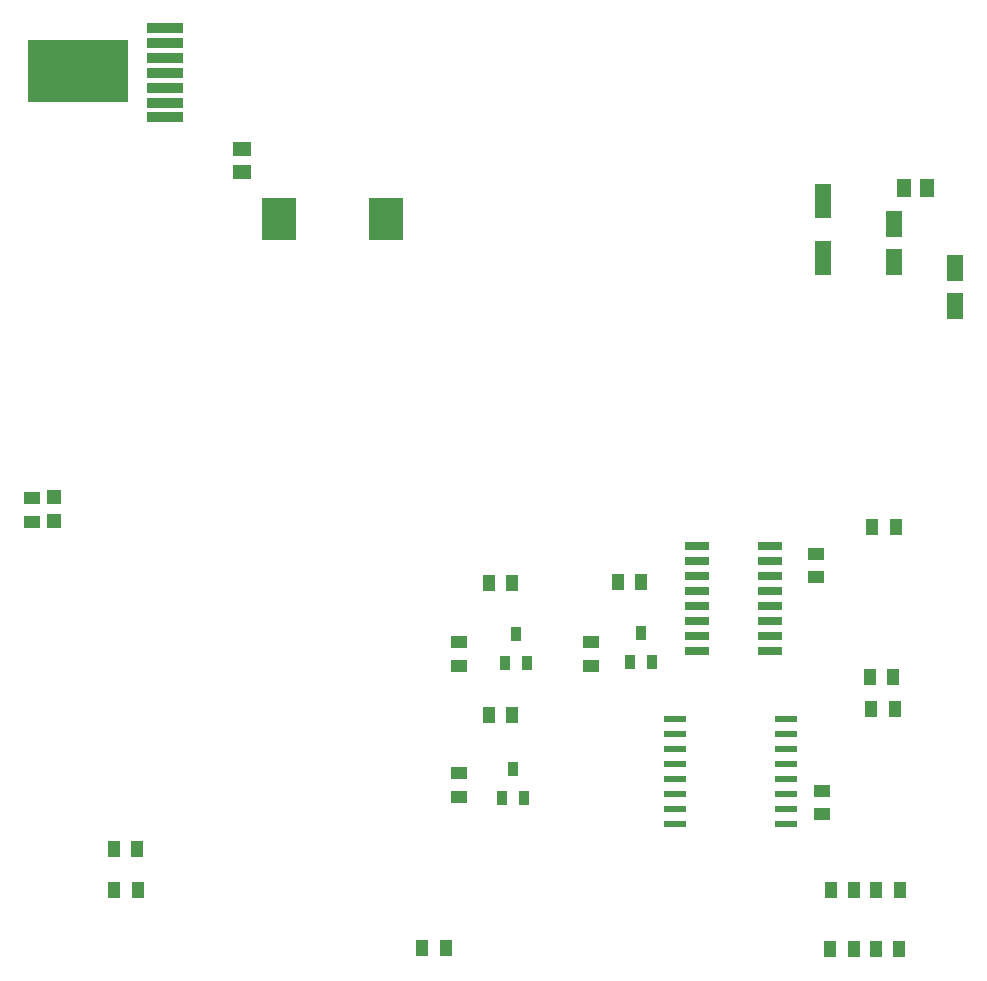
<source format=gtp>
G75*
G70*
%OFA0B0*%
%FSLAX24Y24*%
%IPPOS*%
%LPD*%
%AMOC8*
5,1,8,0,0,1.08239X$1,22.5*
%
%ADD10R,0.0433X0.0551*%
%ADD11R,0.0551X0.0433*%
%ADD12R,0.0551X0.0866*%
%ADD13R,0.0800X0.0260*%
%ADD14R,0.0780X0.0210*%
%ADD15R,0.1205X0.0350*%
%ADD16R,0.3362X0.2106*%
%ADD17R,0.0512X0.0591*%
%ADD18R,0.0591X0.0512*%
%ADD19R,0.0551X0.1181*%
%ADD20R,0.1181X0.1417*%
%ADD21R,0.0354X0.0472*%
%ADD22R,0.0472X0.0472*%
D10*
X023860Y029136D03*
X024648Y029136D03*
X024638Y030502D03*
X023850Y030502D03*
X034141Y027201D03*
X034929Y027201D03*
X036353Y034966D03*
X037140Y034966D03*
X037140Y039376D03*
X036353Y039376D03*
X040643Y039406D03*
X041430Y039406D03*
X049133Y041236D03*
X049920Y041236D03*
X049830Y036226D03*
X049890Y035176D03*
X049103Y035176D03*
X049043Y036226D03*
X049272Y029147D03*
X050060Y029147D03*
X048530Y029143D03*
X047742Y029143D03*
X047733Y027157D03*
X048520Y027157D03*
X049243Y027171D03*
X050030Y027171D03*
D11*
X047474Y031655D03*
X047474Y032442D03*
X047258Y039560D03*
X047258Y040347D03*
X039747Y037400D03*
X039747Y036612D03*
X035367Y036612D03*
X035367Y037400D03*
X035367Y033020D03*
X035367Y032232D03*
X021117Y041412D03*
X021117Y042200D03*
D12*
X049870Y050061D03*
X049870Y051321D03*
X051902Y049858D03*
X051902Y048598D03*
D13*
X045713Y040603D03*
X045713Y040103D03*
X045713Y039603D03*
X045713Y039103D03*
X045713Y038603D03*
X045713Y038103D03*
X045713Y037603D03*
X045713Y037103D03*
X043293Y037103D03*
X043293Y037603D03*
X043293Y038103D03*
X043293Y038603D03*
X043293Y039103D03*
X043293Y039603D03*
X043293Y040103D03*
X043293Y040603D03*
D14*
X042573Y034838D03*
X042573Y034338D03*
X042573Y033838D03*
X042573Y033338D03*
X042573Y032838D03*
X042573Y032338D03*
X042573Y031838D03*
X042573Y031338D03*
X046273Y031338D03*
X046273Y031838D03*
X046273Y032338D03*
X046273Y032838D03*
X046273Y033338D03*
X046273Y033838D03*
X046273Y034338D03*
X046273Y034838D03*
D15*
X025546Y054889D03*
X025546Y055385D03*
X025546Y055881D03*
X025546Y056377D03*
X025546Y056873D03*
X025546Y057369D03*
X025546Y057865D03*
D16*
X022672Y056420D03*
D17*
X050198Y052533D03*
X050946Y052533D03*
D18*
X028132Y053081D03*
X028132Y053829D03*
D19*
X047477Y052086D03*
X047477Y050196D03*
D20*
X032912Y051486D03*
X029368Y051486D03*
D21*
X037257Y037658D03*
X037631Y036714D03*
X036883Y036714D03*
X037167Y033158D03*
X037541Y032214D03*
X036793Y032214D03*
X041053Y036744D03*
X041801Y036744D03*
X041427Y037688D03*
D22*
X021867Y041423D03*
X021867Y042249D03*
M02*

</source>
